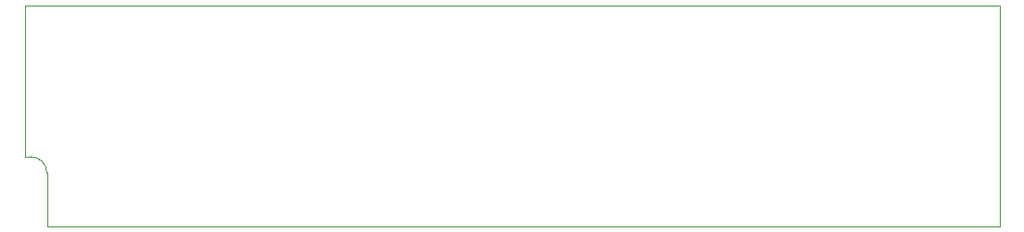
<source format=gbr>
%TF.GenerationSoftware,KiCad,Pcbnew,(5.1.9-0-10_14)*%
%TF.CreationDate,2021-02-23T13:25:15+01:00*%
%TF.ProjectId,30pin_SIMM_4MB,33307069-6e5f-4534-994d-4d5f344d422e,rev?*%
%TF.SameCoordinates,Original*%
%TF.FileFunction,Profile,NP*%
%FSLAX46Y46*%
G04 Gerber Fmt 4.6, Leading zero omitted, Abs format (unit mm)*
G04 Created by KiCad (PCBNEW (5.1.9-0-10_14)) date 2021-02-23 13:25:15*
%MOMM*%
%LPD*%
G01*
G04 APERTURE LIST*
%TA.AperFunction,Profile*%
%ADD10C,0.050000*%
%TD*%
G04 APERTURE END LIST*
D10*
X100000000Y-93650000D02*
X100530000Y-93650000D01*
X100530000Y-93650000D02*
G75*
G02*
X102030000Y-95150000I0J-1500000D01*
G01*
X102030000Y-100000000D02*
X102030000Y-95150000D01*
X102030000Y-100000000D02*
X188900000Y-100000000D01*
X100000000Y-79900000D02*
X188900000Y-79900000D01*
X188900000Y-100000000D02*
X188900000Y-79900000D01*
X100000000Y-93650000D02*
X100000000Y-79900000D01*
M02*

</source>
